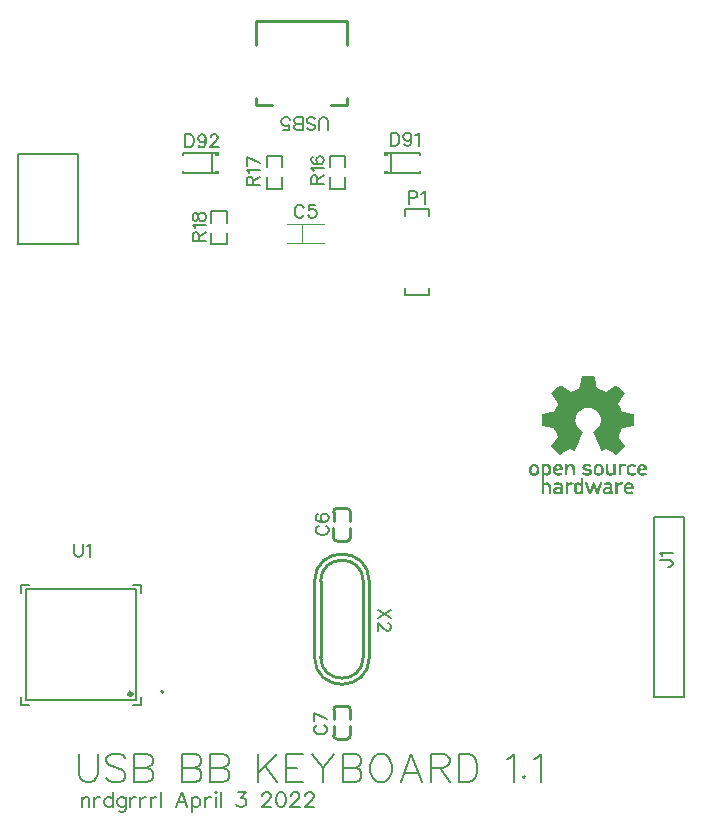
<source format=gto>
G04 Layer: TopSilkscreenLayer*
G04 EasyEDA v6.5.3, 2022-04-03 17:45:16*
G04 78107e5fb92a4dff92b191d725c0db84,37927428d3cb42c68971fe41ce46a6a6,10*
G04 Gerber Generator version 0.2*
G04 Scale: 100 percent, Rotated: No, Reflected: No *
G04 Dimensions in millimeters *
G04 leading zeros omitted , absolute positions ,4 integer and 5 decimal *
%FSLAX45Y45*%
%MOMM*%

%ADD10C,0.2540*%
%ADD11C,0.2000*%
%ADD15C,0.2032*%
%ADD29C,0.1520*%
%ADD30C,0.0800*%
%ADD31C,0.1524*%
%ADD32C,0.2581*%
%ADD33C,0.2030*%
%ADD34C,0.3000*%

%LPD*%
G36*
X1490929Y-1030579D02*
G01*
X1475435Y-1103579D01*
X1472844Y-1114145D01*
X1469999Y-1123188D01*
X1467154Y-1129842D01*
X1464614Y-1133297D01*
X1460042Y-1135735D01*
X1440129Y-1144168D01*
X1395323Y-1161135D01*
X1344015Y-1127556D01*
X1328318Y-1117549D01*
X1316024Y-1110030D01*
X1308557Y-1105763D01*
X1307134Y-1105204D01*
X1305814Y-1105916D01*
X1299260Y-1111199D01*
X1288592Y-1120648D01*
X1275080Y-1133094D01*
X1231138Y-1175004D01*
X1265885Y-1223518D01*
X1276197Y-1238453D01*
X1284071Y-1250391D01*
X1288440Y-1257808D01*
X1288999Y-1259382D01*
X1288491Y-1261618D01*
X1284782Y-1271371D01*
X1278636Y-1285646D01*
X1271422Y-1301445D01*
X1264564Y-1315821D01*
X1259382Y-1325676D01*
X1257808Y-1328013D01*
X1256182Y-1328978D01*
X1252677Y-1330198D01*
X1241044Y-1333246D01*
X1224635Y-1336852D01*
X1205179Y-1340561D01*
X1155852Y-1349400D01*
X1155852Y-1451406D01*
X1208278Y-1460449D01*
X1238554Y-1466189D01*
X1249984Y-1468882D01*
X1251915Y-1469948D01*
X1254048Y-1471930D01*
X1256284Y-1474876D01*
X1258773Y-1478788D01*
X1264462Y-1489760D01*
X1271320Y-1505356D01*
X1276858Y-1518970D01*
X1281430Y-1530959D01*
X1284478Y-1540002D01*
X1285595Y-1544828D01*
X1285036Y-1546707D01*
X1280922Y-1554327D01*
X1273505Y-1566062D01*
X1263700Y-1580337D01*
X1230782Y-1625854D01*
X1274978Y-1667865D01*
X1288440Y-1680413D01*
X1299057Y-1689862D01*
X1305458Y-1695145D01*
X1306728Y-1695856D01*
X1308049Y-1695348D01*
X1314907Y-1691436D01*
X1326337Y-1684477D01*
X1340916Y-1675231D01*
X1388770Y-1644192D01*
X1417269Y-1657756D01*
X1424025Y-1660652D01*
X1428750Y-1662430D01*
X1430782Y-1662836D01*
X1434338Y-1655368D01*
X1456994Y-1603451D01*
X1485290Y-1537665D01*
X1502105Y-1500022D01*
X1486611Y-1489303D01*
X1476298Y-1481277D01*
X1467205Y-1473047D01*
X1463090Y-1468831D01*
X1459280Y-1464564D01*
X1452524Y-1455877D01*
X1446987Y-1446936D01*
X1444599Y-1442313D01*
X1442516Y-1437640D01*
X1440738Y-1432915D01*
X1437995Y-1423162D01*
X1436370Y-1413052D01*
X1435963Y-1407820D01*
X1436014Y-1396288D01*
X1436471Y-1390192D01*
X1437284Y-1384249D01*
X1438402Y-1378407D01*
X1439824Y-1372768D01*
X1441551Y-1367231D01*
X1443583Y-1361897D01*
X1445920Y-1356715D01*
X1448562Y-1351737D01*
X1451457Y-1346860D01*
X1454708Y-1342237D01*
X1458214Y-1337716D01*
X1462024Y-1333449D01*
X1466088Y-1329334D01*
X1470456Y-1325422D01*
X1475130Y-1321765D01*
X1480058Y-1318260D01*
X1485239Y-1314958D01*
X1490726Y-1311859D01*
X1503222Y-1305966D01*
X1509115Y-1303528D01*
X1514449Y-1301648D01*
X1519529Y-1300276D01*
X1524711Y-1299311D01*
X1530197Y-1298752D01*
X1543304Y-1298346D01*
X1549704Y-1298549D01*
X1555953Y-1299006D01*
X1562100Y-1299819D01*
X1568094Y-1300937D01*
X1573987Y-1302359D01*
X1579727Y-1304086D01*
X1585315Y-1306118D01*
X1590802Y-1308404D01*
X1596034Y-1310995D01*
X1601165Y-1313891D01*
X1606092Y-1316990D01*
X1610817Y-1320393D01*
X1615338Y-1324102D01*
X1619656Y-1328013D01*
X1623771Y-1332179D01*
X1627632Y-1336649D01*
X1631289Y-1341323D01*
X1634693Y-1346200D01*
X1637842Y-1351330D01*
X1643583Y-1362710D01*
X1645920Y-1368044D01*
X1647698Y-1372971D01*
X1649018Y-1377848D01*
X1649984Y-1382826D01*
X1650542Y-1388211D01*
X1650949Y-1401318D01*
X1650847Y-1406855D01*
X1649831Y-1417574D01*
X1648917Y-1422704D01*
X1647748Y-1427734D01*
X1646275Y-1432661D01*
X1644548Y-1437436D01*
X1642567Y-1442110D01*
X1640281Y-1446733D01*
X1637690Y-1451254D01*
X1634794Y-1455674D01*
X1628089Y-1464310D01*
X1620164Y-1472742D01*
X1610969Y-1480972D01*
X1600454Y-1489100D01*
X1585010Y-1499768D01*
X1636471Y-1617421D01*
X1652574Y-1654962D01*
X1656232Y-1662836D01*
X1658162Y-1662430D01*
X1662836Y-1660652D01*
X1677568Y-1653997D01*
X1698040Y-1644192D01*
X1745843Y-1675231D01*
X1771904Y-1691436D01*
X1778762Y-1695348D01*
X1780082Y-1695856D01*
X1783943Y-1693113D01*
X1792579Y-1685594D01*
X1819249Y-1660906D01*
X1855927Y-1625904D01*
X1823059Y-1579575D01*
X1813306Y-1565046D01*
X1805990Y-1553210D01*
X1801875Y-1545539D01*
X1801368Y-1543710D01*
X1801672Y-1541932D01*
X1803958Y-1534922D01*
X1807921Y-1524304D01*
X1813153Y-1511350D01*
X1830578Y-1470304D01*
X1851558Y-1465732D01*
X1876196Y-1461008D01*
X1930958Y-1451457D01*
X1930958Y-1349400D01*
X1871624Y-1338732D01*
X1853539Y-1335024D01*
X1839315Y-1331620D01*
X1834235Y-1330198D01*
X1830781Y-1328978D01*
X1829104Y-1328013D01*
X1825345Y-1321409D01*
X1819097Y-1308811D01*
X1811832Y-1293266D01*
X1804974Y-1277772D01*
X1799793Y-1265377D01*
X1798320Y-1261313D01*
X1797812Y-1259179D01*
X1798370Y-1257655D01*
X1802790Y-1250340D01*
X1810664Y-1238554D01*
X1821027Y-1223619D01*
X1855978Y-1175207D01*
X1811832Y-1133195D01*
X1798320Y-1120698D01*
X1787652Y-1111199D01*
X1781200Y-1105916D01*
X1779930Y-1105204D01*
X1778507Y-1105763D01*
X1771091Y-1109980D01*
X1743049Y-1127556D01*
X1691487Y-1161084D01*
X1618538Y-1132738D01*
X1613357Y-1112723D01*
X1608480Y-1090218D01*
X1600555Y-1048816D01*
X1597710Y-1036269D01*
X1596847Y-1034542D01*
X1595120Y-1033221D01*
X1592173Y-1032205D01*
X1587550Y-1031494D01*
X1580794Y-1031036D01*
X1571498Y-1030732D01*
G37*
G36*
X1148994Y-1773732D02*
G01*
X1148994Y-1823770D01*
X1169619Y-1823770D01*
X1169720Y-1816506D01*
X1170279Y-1809648D01*
X1171397Y-1803806D01*
X1173022Y-1799488D01*
X1175359Y-1796897D01*
X1178814Y-1794967D01*
X1183030Y-1793697D01*
X1187704Y-1793189D01*
X1192479Y-1793443D01*
X1197000Y-1794357D01*
X1200962Y-1796084D01*
X1204010Y-1798523D01*
X1206246Y-1802587D01*
X1207719Y-1808480D01*
X1208582Y-1815541D01*
X1208735Y-1823212D01*
X1208278Y-1830832D01*
X1207160Y-1837791D01*
X1205382Y-1843430D01*
X1203045Y-1847138D01*
X1196136Y-1851050D01*
X1187856Y-1852269D01*
X1179880Y-1850745D01*
X1174038Y-1846580D01*
X1172260Y-1842922D01*
X1170889Y-1837537D01*
X1170025Y-1830984D01*
X1169619Y-1823770D01*
X1148994Y-1823770D01*
X1148994Y-2030577D01*
X1167790Y-2028494D01*
X1170178Y-1979015D01*
X1171041Y-1968957D01*
X1172260Y-1961438D01*
X1173937Y-1956054D01*
X1176223Y-1952498D01*
X1179322Y-1950364D01*
X1183335Y-1949348D01*
X1188466Y-1949043D01*
X1191717Y-1949399D01*
X1195374Y-1950364D01*
X1199032Y-1951837D01*
X1202131Y-1953615D01*
X1204061Y-1955241D01*
X1205636Y-1957273D01*
X1206855Y-1960016D01*
X1207820Y-1963724D01*
X1208532Y-1968754D01*
X1209548Y-1983790D01*
X1211072Y-2030526D01*
X1229258Y-2028494D01*
X1231188Y-1951786D01*
X1219454Y-1940661D01*
X1213154Y-1935225D01*
X1207516Y-1931822D01*
X1201674Y-1930044D01*
X1194866Y-1929536D01*
X1189329Y-1929942D01*
X1183894Y-1931111D01*
X1179169Y-1932787D01*
X1175715Y-1934921D01*
X1173734Y-1936496D01*
X1172210Y-1937156D01*
X1171143Y-1936546D01*
X1170381Y-1934311D01*
X1169873Y-1930146D01*
X1169517Y-1914652D01*
X1169517Y-1864969D01*
X1181811Y-1869846D01*
X1187399Y-1871725D01*
X1192834Y-1872792D01*
X1198118Y-1873046D01*
X1203147Y-1872538D01*
X1207973Y-1871218D01*
X1212596Y-1869135D01*
X1216964Y-1866239D01*
X1221130Y-1862582D01*
X1225296Y-1857400D01*
X1227937Y-1851152D01*
X1229512Y-1842109D01*
X1230477Y-1828546D01*
X1230680Y-1818639D01*
X1230426Y-1809953D01*
X1229563Y-1802434D01*
X1228140Y-1795881D01*
X1226108Y-1790344D01*
X1223416Y-1785620D01*
X1220063Y-1781708D01*
X1216050Y-1778507D01*
X1212392Y-1776679D01*
X1207668Y-1775256D01*
X1202334Y-1774342D01*
X1196594Y-1773936D01*
X1190802Y-1773936D01*
X1185214Y-1774494D01*
X1180236Y-1775561D01*
X1173124Y-1778406D01*
X1171092Y-1778863D01*
X1169873Y-1778406D01*
X1169517Y-1777136D01*
X1168704Y-1775815D01*
X1166469Y-1774748D01*
X1163218Y-1774037D01*
X1159256Y-1773732D01*
G37*
G36*
X1287780Y-1773732D02*
G01*
X1280871Y-1774393D01*
X1274267Y-1775815D01*
X1268323Y-1777949D01*
X1263446Y-1780793D01*
X1259128Y-1784502D01*
X1255369Y-1788769D01*
X1252169Y-1793544D01*
X1249476Y-1798726D01*
X1247394Y-1804314D01*
X1246466Y-1808022D01*
X1265732Y-1808022D01*
X1266748Y-1805432D01*
X1269390Y-1802130D01*
X1273505Y-1797964D01*
X1280363Y-1792427D01*
X1286459Y-1790395D01*
X1292809Y-1791868D01*
X1300480Y-1796694D01*
X1305407Y-1800707D01*
X1308506Y-1804111D01*
X1309725Y-1806854D01*
X1309116Y-1809038D01*
X1306576Y-1810715D01*
X1302105Y-1811832D01*
X1295704Y-1812493D01*
X1287322Y-1812696D01*
X1279144Y-1812594D01*
X1272997Y-1812137D01*
X1268780Y-1811274D01*
X1266393Y-1809953D01*
X1265732Y-1808022D01*
X1246466Y-1808022D01*
X1245920Y-1810207D01*
X1245006Y-1816303D01*
X1244752Y-1822551D01*
X1245108Y-1828952D01*
X1246073Y-1835404D01*
X1247749Y-1841804D01*
X1250035Y-1848154D01*
X1252728Y-1853488D01*
X1256030Y-1858568D01*
X1259535Y-1862785D01*
X1262837Y-1865528D01*
X1269644Y-1869033D01*
X1276858Y-1871472D01*
X1284325Y-1872894D01*
X1291945Y-1873300D01*
X1299413Y-1872691D01*
X1306677Y-1871014D01*
X1313484Y-1868373D01*
X1319682Y-1864664D01*
X1324356Y-1861108D01*
X1326134Y-1858568D01*
X1325219Y-1855927D01*
X1321866Y-1852117D01*
X1318158Y-1848612D01*
X1314907Y-1847240D01*
X1310792Y-1848002D01*
X1299159Y-1852625D01*
X1293774Y-1853793D01*
X1288745Y-1854149D01*
X1284274Y-1853641D01*
X1276959Y-1850085D01*
X1270558Y-1844090D01*
X1266647Y-1837588D01*
X1266698Y-1832305D01*
X1269898Y-1830984D01*
X1277010Y-1829866D01*
X1287119Y-1829206D01*
X1299464Y-1828901D01*
X1329994Y-1828901D01*
X1329994Y-1815795D01*
X1329639Y-1810105D01*
X1328724Y-1804568D01*
X1327200Y-1799285D01*
X1325118Y-1794306D01*
X1322578Y-1789684D01*
X1319530Y-1785467D01*
X1316024Y-1781860D01*
X1312164Y-1778812D01*
X1307287Y-1776374D01*
X1301343Y-1774698D01*
X1294739Y-1773834D01*
G37*
G36*
X1347063Y-1773732D02*
G01*
X1347063Y-1871116D01*
X1366774Y-1871116D01*
X1368501Y-1827936D01*
X1369060Y-1820367D01*
X1369771Y-1813966D01*
X1370685Y-1808632D01*
X1371854Y-1804263D01*
X1373378Y-1800809D01*
X1375257Y-1798116D01*
X1377543Y-1796084D01*
X1380286Y-1794713D01*
X1383588Y-1793849D01*
X1387449Y-1793341D01*
X1391920Y-1793239D01*
X1397254Y-1793748D01*
X1401673Y-1795373D01*
X1405128Y-1798269D01*
X1407820Y-1802739D01*
X1409750Y-1808886D01*
X1411020Y-1816912D01*
X1411732Y-1827022D01*
X1411935Y-1839366D01*
X1411935Y-1871116D01*
X1432407Y-1871116D01*
X1432356Y-1826260D01*
X1431594Y-1811070D01*
X1430934Y-1804771D01*
X1430020Y-1799234D01*
X1428851Y-1794408D01*
X1427378Y-1790242D01*
X1425651Y-1786686D01*
X1423619Y-1783638D01*
X1421282Y-1781048D01*
X1418590Y-1778914D01*
X1415542Y-1777085D01*
X1411732Y-1775663D01*
X1407109Y-1774647D01*
X1401876Y-1774037D01*
X1396339Y-1773885D01*
X1390802Y-1774139D01*
X1385519Y-1774850D01*
X1380794Y-1775917D01*
X1373378Y-1779016D01*
X1370888Y-1779574D01*
X1369263Y-1779016D01*
X1368298Y-1777441D01*
X1366977Y-1776018D01*
X1364437Y-1774850D01*
X1360982Y-1774037D01*
X1357020Y-1773732D01*
G37*
G36*
X1695348Y-1773732D02*
G01*
X1695399Y-1824177D01*
X1696059Y-1841042D01*
X1696770Y-1847494D01*
X1697837Y-1852930D01*
X1699260Y-1857349D01*
X1701139Y-1860956D01*
X1703476Y-1863902D01*
X1706422Y-1866290D01*
X1709928Y-1868220D01*
X1714093Y-1869897D01*
X1719021Y-1871421D01*
X1726133Y-1873148D01*
X1731873Y-1873453D01*
X1737309Y-1872386D01*
X1748485Y-1867712D01*
X1752295Y-1866696D01*
X1754936Y-1866696D01*
X1756206Y-1867712D01*
X1757425Y-1869033D01*
X1759966Y-1870100D01*
X1763369Y-1870862D01*
X1767332Y-1871116D01*
X1777288Y-1871116D01*
X1777288Y-1773732D01*
X1756816Y-1773732D01*
X1756714Y-1814372D01*
X1756410Y-1821891D01*
X1755800Y-1828393D01*
X1754936Y-1834032D01*
X1753819Y-1838756D01*
X1752346Y-1842719D01*
X1750517Y-1845919D01*
X1748282Y-1848408D01*
X1745691Y-1850237D01*
X1742693Y-1851507D01*
X1739239Y-1852218D01*
X1735277Y-1852472D01*
X1729486Y-1852168D01*
X1724964Y-1851101D01*
X1721561Y-1848866D01*
X1719072Y-1845208D01*
X1717446Y-1839722D01*
X1716430Y-1832102D01*
X1715973Y-1821992D01*
X1715820Y-1773732D01*
G37*
G36*
X1801215Y-1773732D02*
G01*
X1801215Y-1871116D01*
X1821688Y-1871116D01*
X1821738Y-1824532D01*
X1822196Y-1809546D01*
X1822805Y-1804822D01*
X1823720Y-1801520D01*
X1824989Y-1799234D01*
X1826666Y-1797608D01*
X1828901Y-1796288D01*
X1832508Y-1794967D01*
X1836877Y-1794103D01*
X1841550Y-1793748D01*
X1850745Y-1793951D01*
X1855520Y-1792732D01*
X1859991Y-1790649D01*
X1863801Y-1788007D01*
X1866646Y-1785010D01*
X1868220Y-1781962D01*
X1868068Y-1779168D01*
X1865985Y-1776882D01*
X1862785Y-1775561D01*
X1858416Y-1774596D01*
X1853234Y-1774088D01*
X1847697Y-1773885D01*
X1842058Y-1774139D01*
X1836674Y-1774748D01*
X1832000Y-1775764D01*
X1825345Y-1778406D01*
X1823313Y-1778863D01*
X1822094Y-1778406D01*
X1821688Y-1777136D01*
X1820875Y-1775815D01*
X1818690Y-1774748D01*
X1815439Y-1774037D01*
X1811477Y-1773732D01*
G37*
G36*
X1087628Y-1773783D02*
G01*
X1080516Y-1774240D01*
X1073404Y-1775510D01*
X1066850Y-1777492D01*
X1061262Y-1780133D01*
X1056538Y-1783537D01*
X1052525Y-1787956D01*
X1049274Y-1793290D01*
X1046683Y-1799437D01*
X1044905Y-1806448D01*
X1043889Y-1814169D01*
X1043686Y-1822602D01*
X1044071Y-1828800D01*
X1064006Y-1828800D01*
X1064412Y-1820214D01*
X1065326Y-1813306D01*
X1066749Y-1806803D01*
X1068476Y-1801571D01*
X1070305Y-1798269D01*
X1073353Y-1795780D01*
X1077315Y-1794154D01*
X1081836Y-1793290D01*
X1086662Y-1793239D01*
X1091438Y-1793900D01*
X1095908Y-1795373D01*
X1099769Y-1797557D01*
X1102715Y-1800453D01*
X1105306Y-1805228D01*
X1107033Y-1811172D01*
X1107998Y-1817878D01*
X1108151Y-1824837D01*
X1107592Y-1831695D01*
X1106220Y-1837893D01*
X1104138Y-1843024D01*
X1101293Y-1846681D01*
X1097534Y-1849323D01*
X1093419Y-1851152D01*
X1089101Y-1852117D01*
X1084783Y-1852269D01*
X1080465Y-1851609D01*
X1076401Y-1850136D01*
X1072692Y-1847850D01*
X1069492Y-1844802D01*
X1066342Y-1840280D01*
X1064564Y-1835200D01*
X1064006Y-1828800D01*
X1044071Y-1828800D01*
X1044244Y-1831593D01*
X1045362Y-1839112D01*
X1046937Y-1845716D01*
X1049070Y-1851456D01*
X1051814Y-1856435D01*
X1055166Y-1860702D01*
X1059230Y-1864360D01*
X1064006Y-1867458D01*
X1069594Y-1870049D01*
X1075893Y-1872030D01*
X1082141Y-1873148D01*
X1088339Y-1873250D01*
X1094435Y-1872437D01*
X1100429Y-1870659D01*
X1106220Y-1867966D01*
X1111808Y-1864360D01*
X1117193Y-1859838D01*
X1120749Y-1856333D01*
X1123492Y-1853285D01*
X1125474Y-1850389D01*
X1126845Y-1847240D01*
X1127760Y-1843532D01*
X1128268Y-1838960D01*
X1128522Y-1825853D01*
X1128268Y-1817116D01*
X1127506Y-1809292D01*
X1126185Y-1802282D01*
X1124305Y-1796084D01*
X1121867Y-1790700D01*
X1118819Y-1786077D01*
X1115212Y-1782216D01*
X1110996Y-1779117D01*
X1106119Y-1776730D01*
X1100632Y-1775053D01*
X1094486Y-1774088D01*
G37*
G36*
X1633982Y-1773783D02*
G01*
X1626870Y-1774240D01*
X1619758Y-1775510D01*
X1613204Y-1777492D01*
X1607616Y-1780133D01*
X1602892Y-1783537D01*
X1598879Y-1787956D01*
X1595628Y-1793290D01*
X1593037Y-1799437D01*
X1591259Y-1806448D01*
X1590243Y-1814169D01*
X1590060Y-1821738D01*
X1610004Y-1821738D01*
X1610309Y-1815084D01*
X1611376Y-1809292D01*
X1613103Y-1804365D01*
X1615541Y-1800352D01*
X1618640Y-1797253D01*
X1622501Y-1795018D01*
X1626971Y-1793697D01*
X1632204Y-1793239D01*
X1637690Y-1793646D01*
X1642262Y-1794967D01*
X1645970Y-1797202D01*
X1649069Y-1800453D01*
X1650898Y-1803704D01*
X1652320Y-1807972D01*
X1653387Y-1812950D01*
X1654048Y-1818436D01*
X1654302Y-1824228D01*
X1654098Y-1830019D01*
X1653438Y-1835657D01*
X1652270Y-1840890D01*
X1648409Y-1846630D01*
X1641500Y-1850694D01*
X1633067Y-1852472D01*
X1624685Y-1851406D01*
X1618132Y-1847596D01*
X1613560Y-1841550D01*
X1610868Y-1832965D01*
X1610004Y-1821738D01*
X1590060Y-1821738D01*
X1590598Y-1831593D01*
X1591716Y-1839112D01*
X1593291Y-1845716D01*
X1595424Y-1851456D01*
X1598168Y-1856435D01*
X1601520Y-1860702D01*
X1605584Y-1864360D01*
X1610360Y-1867458D01*
X1615948Y-1870049D01*
X1622247Y-1872030D01*
X1628495Y-1873148D01*
X1634693Y-1873250D01*
X1640789Y-1872437D01*
X1646732Y-1870659D01*
X1652574Y-1867966D01*
X1658162Y-1864360D01*
X1663547Y-1859838D01*
X1667103Y-1856333D01*
X1669846Y-1853285D01*
X1671828Y-1850389D01*
X1673199Y-1847240D01*
X1674114Y-1843532D01*
X1674622Y-1838960D01*
X1674875Y-1825853D01*
X1674622Y-1817116D01*
X1673809Y-1809292D01*
X1672488Y-1802282D01*
X1670659Y-1796084D01*
X1668221Y-1790700D01*
X1665173Y-1786077D01*
X1661566Y-1782216D01*
X1657350Y-1779117D01*
X1652473Y-1776730D01*
X1646986Y-1775053D01*
X1640839Y-1774088D01*
G37*
G36*
X1914702Y-1773986D02*
G01*
X1907641Y-1774189D01*
X1900936Y-1775104D01*
X1894839Y-1776780D01*
X1889556Y-1779219D01*
X1884578Y-1782622D01*
X1880362Y-1786432D01*
X1876856Y-1790750D01*
X1874113Y-1795678D01*
X1872030Y-1801266D01*
X1870608Y-1807667D01*
X1869795Y-1814830D01*
X1869541Y-1822957D01*
X1869795Y-1830578D01*
X1870659Y-1837436D01*
X1872030Y-1843633D01*
X1874062Y-1849170D01*
X1876704Y-1854149D01*
X1880006Y-1858568D01*
X1883968Y-1862480D01*
X1888642Y-1866036D01*
X1893011Y-1868474D01*
X1897735Y-1870354D01*
X1902764Y-1871776D01*
X1908048Y-1872640D01*
X1913432Y-1872996D01*
X1918817Y-1872843D01*
X1924100Y-1872183D01*
X1929231Y-1871065D01*
X1934108Y-1869439D01*
X1938528Y-1867357D01*
X1942541Y-1864817D01*
X1945944Y-1861769D01*
X1948840Y-1858416D01*
X1949653Y-1855978D01*
X1948383Y-1853539D01*
X1944928Y-1850288D01*
X1941271Y-1847545D01*
X1938121Y-1846427D01*
X1934768Y-1846783D01*
X1925929Y-1850542D01*
X1921052Y-1851761D01*
X1916175Y-1852269D01*
X1911350Y-1852117D01*
X1906778Y-1851253D01*
X1902612Y-1849780D01*
X1898954Y-1847697D01*
X1896008Y-1845005D01*
X1893163Y-1840484D01*
X1891233Y-1834845D01*
X1890064Y-1828444D01*
X1889810Y-1821738D01*
X1890318Y-1815134D01*
X1891690Y-1808988D01*
X1893824Y-1803704D01*
X1896821Y-1799742D01*
X1900021Y-1797304D01*
X1903882Y-1795475D01*
X1908251Y-1794154D01*
X1912924Y-1793493D01*
X1917750Y-1793392D01*
X1922576Y-1793900D01*
X1927250Y-1795018D01*
X1935378Y-1798320D01*
X1938629Y-1798370D01*
X1941779Y-1796948D01*
X1945538Y-1793798D01*
X1952447Y-1787245D01*
X1940864Y-1780489D01*
X1935124Y-1777796D01*
X1928672Y-1775815D01*
X1921764Y-1774545D01*
G37*
G36*
X1532839Y-1774088D02*
G01*
X1526794Y-1774240D01*
X1521155Y-1774748D01*
X1516126Y-1775561D01*
X1511960Y-1776730D01*
X1508861Y-1778254D01*
X1504899Y-1781556D01*
X1501546Y-1785315D01*
X1498854Y-1789531D01*
X1496872Y-1794052D01*
X1495704Y-1798675D01*
X1495298Y-1803349D01*
X1495755Y-1807921D01*
X1497126Y-1812289D01*
X1499260Y-1816354D01*
X1501952Y-1819859D01*
X1505305Y-1822856D01*
X1509369Y-1825345D01*
X1514297Y-1827428D01*
X1520139Y-1829155D01*
X1527098Y-1830527D01*
X1544218Y-1832965D01*
X1550060Y-1834642D01*
X1553362Y-1836928D01*
X1554835Y-1840077D01*
X1554734Y-1844954D01*
X1552600Y-1848866D01*
X1548638Y-1851812D01*
X1543253Y-1853641D01*
X1536700Y-1854352D01*
X1529384Y-1853793D01*
X1521510Y-1851964D01*
X1513535Y-1848815D01*
X1506270Y-1845462D01*
X1501851Y-1844395D01*
X1498600Y-1845564D01*
X1494891Y-1849120D01*
X1491640Y-1852828D01*
X1490776Y-1855470D01*
X1492453Y-1858060D01*
X1496822Y-1861667D01*
X1501902Y-1865071D01*
X1507591Y-1867865D01*
X1513636Y-1870100D01*
X1519986Y-1871675D01*
X1526540Y-1872691D01*
X1533144Y-1873148D01*
X1539646Y-1872945D01*
X1545996Y-1872183D01*
X1552041Y-1870760D01*
X1557629Y-1868779D01*
X1562709Y-1866138D01*
X1567078Y-1862886D01*
X1570075Y-1859686D01*
X1572514Y-1855876D01*
X1574342Y-1851558D01*
X1575562Y-1846935D01*
X1576120Y-1842058D01*
X1576019Y-1837131D01*
X1575206Y-1832203D01*
X1573733Y-1827428D01*
X1571955Y-1824583D01*
X1569059Y-1821840D01*
X1565300Y-1819351D01*
X1560779Y-1817166D01*
X1555699Y-1815287D01*
X1550212Y-1813915D01*
X1544472Y-1813001D01*
X1532686Y-1812289D01*
X1527251Y-1811223D01*
X1522679Y-1809445D01*
X1519326Y-1807210D01*
X1516329Y-1804009D01*
X1515516Y-1801672D01*
X1517091Y-1799234D01*
X1521155Y-1795830D01*
X1527454Y-1791817D01*
X1533398Y-1790293D01*
X1540459Y-1791258D01*
X1556512Y-1796897D01*
X1560779Y-1797456D01*
X1564081Y-1796135D01*
X1567637Y-1792833D01*
X1570837Y-1789226D01*
X1571955Y-1786636D01*
X1570939Y-1784248D01*
X1567942Y-1781048D01*
X1565249Y-1779270D01*
X1561439Y-1777695D01*
X1556664Y-1776425D01*
X1551228Y-1775409D01*
X1545285Y-1774647D01*
X1539087Y-1774189D01*
G37*
G36*
X2000707Y-1774088D02*
G01*
X1994611Y-1774342D01*
X1988769Y-1775155D01*
X1983333Y-1776577D01*
X1978558Y-1778558D01*
X1974850Y-1780946D01*
X1971497Y-1784146D01*
X1968500Y-1788007D01*
X1965858Y-1792427D01*
X1963572Y-1797354D01*
X1961743Y-1802688D01*
X1960095Y-1809292D01*
X1978761Y-1809292D01*
X1981403Y-1804060D01*
X1987600Y-1797659D01*
X1994916Y-1792274D01*
X2000961Y-1789988D01*
X2003755Y-1790598D01*
X2007260Y-1792325D01*
X2011070Y-1794865D01*
X2014778Y-1797964D01*
X2018893Y-1802130D01*
X2021484Y-1805432D01*
X2022551Y-1808022D01*
X2021890Y-1809953D01*
X2019452Y-1811274D01*
X2015236Y-1812137D01*
X2009089Y-1812594D01*
X2000961Y-1812696D01*
X1991918Y-1812442D01*
X1984908Y-1811782D01*
X1980387Y-1810664D01*
X1978761Y-1809292D01*
X1960095Y-1809292D01*
X1959203Y-1814220D01*
X1958593Y-1820164D01*
X1958390Y-1826158D01*
X1958695Y-1832102D01*
X1959406Y-1837842D01*
X1960625Y-1843328D01*
X1962353Y-1848510D01*
X1964588Y-1853184D01*
X1967382Y-1857349D01*
X1971141Y-1861413D01*
X1975612Y-1864868D01*
X1980692Y-1867712D01*
X1986280Y-1869948D01*
X1992172Y-1871624D01*
X1998319Y-1872589D01*
X2004618Y-1872945D01*
X2010867Y-1872640D01*
X2016963Y-1871675D01*
X2022856Y-1870049D01*
X2028393Y-1867662D01*
X2033422Y-1864614D01*
X2038045Y-1861057D01*
X2039874Y-1858518D01*
X2039112Y-1856079D01*
X2036013Y-1852777D01*
X2032507Y-1849932D01*
X2029104Y-1848764D01*
X2024786Y-1849170D01*
X2008174Y-1853996D01*
X2000300Y-1854403D01*
X1993747Y-1852117D01*
X1987143Y-1846935D01*
X1982165Y-1841804D01*
X1979117Y-1837740D01*
X1978253Y-1834591D01*
X1979675Y-1832254D01*
X1983536Y-1830628D01*
X1989988Y-1829612D01*
X1999183Y-1829104D01*
X2011222Y-1828901D01*
X2043633Y-1828901D01*
X2043633Y-1817471D01*
X2043277Y-1811172D01*
X2042160Y-1805127D01*
X2040432Y-1799336D01*
X2038045Y-1794002D01*
X2035098Y-1789125D01*
X2031695Y-1784959D01*
X2027834Y-1781454D01*
X2023618Y-1778863D01*
X2018487Y-1776780D01*
X2012848Y-1775307D01*
X2006854Y-1774393D01*
G37*
G36*
X1483664Y-1890572D02*
G01*
X1483664Y-1939645D01*
X1476044Y-1934565D01*
X1471371Y-1932025D01*
X1466392Y-1930400D01*
X1461160Y-1929638D01*
X1455826Y-1929739D01*
X1450492Y-1930704D01*
X1445260Y-1932482D01*
X1440230Y-1935175D01*
X1435404Y-1938680D01*
X1431899Y-1941728D01*
X1429258Y-1944471D01*
X1427327Y-1947265D01*
X1426057Y-1950669D01*
X1425244Y-1955139D01*
X1424838Y-1961083D01*
X1424686Y-1979117D01*
X1445971Y-1979117D01*
X1446072Y-1970532D01*
X1446784Y-1962759D01*
X1448155Y-1956612D01*
X1450187Y-1952904D01*
X1456131Y-1949907D01*
X1464005Y-1949145D01*
X1472031Y-1950618D01*
X1478280Y-1954123D01*
X1480769Y-1958035D01*
X1482496Y-1963928D01*
X1483563Y-1971192D01*
X1483868Y-1979117D01*
X1483461Y-1987092D01*
X1482344Y-1994407D01*
X1480515Y-2000554D01*
X1477975Y-2004720D01*
X1471930Y-2008886D01*
X1464818Y-2010460D01*
X1457655Y-2009343D01*
X1451457Y-2005584D01*
X1449222Y-2001723D01*
X1447596Y-1995525D01*
X1446479Y-1987702D01*
X1445971Y-1979117D01*
X1424686Y-1979117D01*
X1424889Y-1996541D01*
X1425295Y-2002485D01*
X1425956Y-2007107D01*
X1426921Y-2010714D01*
X1428292Y-2013661D01*
X1430121Y-2016302D01*
X1432509Y-2018842D01*
X1436624Y-2022398D01*
X1441297Y-2025243D01*
X1446326Y-2027326D01*
X1451660Y-2028647D01*
X1457096Y-2029206D01*
X1462532Y-2028952D01*
X1467866Y-2027885D01*
X1472996Y-2025954D01*
X1478280Y-2023618D01*
X1481683Y-2022805D01*
X1483715Y-2023465D01*
X1486408Y-2027377D01*
X1488846Y-2028799D01*
X1491996Y-2029764D01*
X1495501Y-2030120D01*
X1504137Y-2030120D01*
X1504137Y-1890572D01*
G37*
G36*
X1888388Y-1929485D02*
G01*
X1881886Y-1929841D01*
X1875637Y-1931111D01*
X1869846Y-1933295D01*
X1864766Y-1936292D01*
X1860042Y-1940255D01*
X1856079Y-1944522D01*
X1852726Y-1949196D01*
X1850085Y-1954377D01*
X1848104Y-1960016D01*
X1846675Y-1966315D01*
X1866087Y-1966315D01*
X1866696Y-1962150D01*
X1868474Y-1958543D01*
X1871167Y-1955444D01*
X1874570Y-1952955D01*
X1878533Y-1951126D01*
X1882902Y-1949907D01*
X1887423Y-1949399D01*
X1891893Y-1949602D01*
X1896211Y-1950618D01*
X1900072Y-1952396D01*
X1903374Y-1955038D01*
X1905914Y-1958543D01*
X1907387Y-1961845D01*
X1908352Y-1964943D01*
X1908708Y-1967484D01*
X1908352Y-1969109D01*
X1906117Y-1970125D01*
X1901189Y-1970938D01*
X1894382Y-1971497D01*
X1886356Y-1971700D01*
X1876145Y-1971497D01*
X1869998Y-1970684D01*
X1866900Y-1969007D01*
X1866087Y-1966315D01*
X1846675Y-1966315D01*
X1845868Y-1973173D01*
X1845614Y-1980793D01*
X1845818Y-1986635D01*
X1846529Y-1992122D01*
X1847697Y-1997354D01*
X1849272Y-2002231D01*
X1851253Y-2006803D01*
X1853641Y-2010968D01*
X1856333Y-2014778D01*
X1859381Y-2018233D01*
X1862734Y-2021281D01*
X1866392Y-2023922D01*
X1870303Y-2026107D01*
X1874469Y-2027885D01*
X1878838Y-2029206D01*
X1883410Y-2030069D01*
X1888134Y-2030425D01*
X1893062Y-2030272D01*
X1898091Y-2029612D01*
X1903222Y-2028443D01*
X1908403Y-2026716D01*
X1913686Y-2024430D01*
X1922322Y-2019554D01*
X1926031Y-2015337D01*
X1924913Y-2011425D01*
X1919020Y-2007412D01*
X1914652Y-2005482D01*
X1911350Y-2004771D01*
X1908657Y-2005228D01*
X1906320Y-2006854D01*
X1901545Y-2009648D01*
X1895551Y-2010816D01*
X1888947Y-2010410D01*
X1882241Y-2008733D01*
X1876043Y-2005888D01*
X1870913Y-2002180D01*
X1867407Y-1997760D01*
X1866087Y-1992833D01*
X1867407Y-1990394D01*
X1872335Y-1988870D01*
X1882241Y-1988159D01*
X1898548Y-1987956D01*
X1930958Y-1987956D01*
X1930958Y-1976475D01*
X1930603Y-1970633D01*
X1929638Y-1964893D01*
X1928012Y-1959254D01*
X1925828Y-1953869D01*
X1923084Y-1948840D01*
X1919884Y-1944217D01*
X1916226Y-1940102D01*
X1912112Y-1936546D01*
X1907032Y-1933498D01*
X1901189Y-1931263D01*
X1894890Y-1929942D01*
G37*
G36*
X1353870Y-1929536D02*
G01*
X1353870Y-2030577D01*
X1372666Y-2028494D01*
X1374851Y-1982520D01*
X1376070Y-1967941D01*
X1376934Y-1962505D01*
X1378000Y-1958238D01*
X1379372Y-1954936D01*
X1381150Y-1952498D01*
X1383284Y-1950923D01*
X1385874Y-1949957D01*
X1389024Y-1949602D01*
X1392732Y-1949754D01*
X1397101Y-1950262D01*
X1402588Y-1950567D01*
X1407109Y-1949754D01*
X1411224Y-1947672D01*
X1415338Y-1944166D01*
X1419555Y-1939747D01*
X1421028Y-1937105D01*
X1419758Y-1935225D01*
X1415897Y-1933041D01*
X1407668Y-1930349D01*
X1398524Y-1929739D01*
X1389583Y-1931162D01*
X1381963Y-1934565D01*
X1377899Y-1937156D01*
X1375613Y-1938020D01*
X1374597Y-1937156D01*
X1374394Y-1934565D01*
X1373733Y-1932330D01*
X1371854Y-1930755D01*
X1368704Y-1929841D01*
X1364132Y-1929536D01*
G37*
G36*
X1527606Y-1929536D02*
G01*
X1522628Y-1929790D01*
X1519783Y-1930654D01*
X1518767Y-1932381D01*
X1519224Y-1935225D01*
X1535887Y-1984705D01*
X1544269Y-2008886D01*
X1547266Y-2016658D01*
X1549806Y-2022144D01*
X1552092Y-2025751D01*
X1554429Y-2027885D01*
X1556918Y-2029002D01*
X1559864Y-2029561D01*
X1563674Y-2029663D01*
X1566824Y-2029104D01*
X1569110Y-2027986D01*
X1570278Y-2026310D01*
X1580794Y-1992274D01*
X1586077Y-1976018D01*
X1589278Y-1966874D01*
X1591919Y-1960372D01*
X1605483Y-2003958D01*
X1610410Y-2018131D01*
X1612290Y-2022703D01*
X1613966Y-2025954D01*
X1615541Y-2028037D01*
X1617065Y-2029206D01*
X1618691Y-2029714D01*
X1622602Y-2029510D01*
X1626107Y-2028901D01*
X1627682Y-2028291D01*
X1629156Y-2027326D01*
X1630629Y-2025802D01*
X1632153Y-2023618D01*
X1633778Y-2020671D01*
X1637588Y-2011883D01*
X1642516Y-1998370D01*
X1662734Y-1936851D01*
X1663649Y-1932889D01*
X1662734Y-1930704D01*
X1659382Y-1929739D01*
X1652879Y-1929536D01*
X1646986Y-1929790D01*
X1643227Y-1930755D01*
X1641297Y-1932584D01*
X1640332Y-1938883D01*
X1637842Y-1949704D01*
X1629003Y-1977898D01*
X1622653Y-1999284D01*
X1607362Y-1954123D01*
X1602028Y-1939899D01*
X1599844Y-1935480D01*
X1597863Y-1932482D01*
X1595932Y-1930654D01*
X1593850Y-1929790D01*
X1591513Y-1929536D01*
X1589176Y-1929790D01*
X1587144Y-1930654D01*
X1585214Y-1932381D01*
X1583232Y-1935225D01*
X1581150Y-1939391D01*
X1578762Y-1945182D01*
X1567180Y-1977847D01*
X1565046Y-1983181D01*
X1563166Y-1986991D01*
X1561490Y-1989226D01*
X1559915Y-1989886D01*
X1558391Y-1988921D01*
X1556816Y-1986432D01*
X1555140Y-1982317D01*
X1551076Y-1969312D01*
X1543253Y-1942287D01*
X1541272Y-1936750D01*
X1539392Y-1933143D01*
X1537360Y-1930958D01*
X1534871Y-1929942D01*
X1531721Y-1929587D01*
G37*
G36*
X1709674Y-1929536D02*
G01*
X1699717Y-1929841D01*
X1692046Y-1930907D01*
X1686052Y-1932838D01*
X1681225Y-1935784D01*
X1677517Y-1939188D01*
X1675739Y-1942185D01*
X1675892Y-1944725D01*
X1677974Y-1946808D01*
X1681886Y-1948484D01*
X1687728Y-1949653D01*
X1695399Y-1950364D01*
X1704898Y-1950618D01*
X1727809Y-1950618D01*
X1729943Y-1971700D01*
X1707388Y-1971700D01*
X1697634Y-1972106D01*
X1689354Y-1973325D01*
X1682597Y-1975357D01*
X1677162Y-1978355D01*
X1673098Y-1982266D01*
X1670253Y-1987194D01*
X1668576Y-1993138D01*
X1668060Y-2000605D01*
X1687017Y-2000605D01*
X1688947Y-1993696D01*
X1691386Y-1990953D01*
X1695450Y-1989175D01*
X1701698Y-1988210D01*
X1710842Y-1987956D01*
X1721002Y-1988159D01*
X1726641Y-1989124D01*
X1728978Y-1991360D01*
X1729486Y-1995424D01*
X1728266Y-2002434D01*
X1724253Y-2007158D01*
X1717243Y-2009800D01*
X1706778Y-2010664D01*
X1696313Y-2009444D01*
X1689607Y-2005990D01*
X1687017Y-2000605D01*
X1668060Y-2000605D01*
X1668576Y-2005533D01*
X1670050Y-2010410D01*
X1672437Y-2014880D01*
X1675638Y-2018893D01*
X1679549Y-2022348D01*
X1684070Y-2025192D01*
X1689100Y-2027428D01*
X1694586Y-2029002D01*
X1700377Y-2029815D01*
X1706473Y-2029866D01*
X1712722Y-2029104D01*
X1723339Y-2026259D01*
X1726641Y-2025802D01*
X1728774Y-2026056D01*
X1730298Y-2028240D01*
X1732534Y-2029256D01*
X1735785Y-2029917D01*
X1739747Y-2030120D01*
X1750009Y-2030120D01*
X1749806Y-1965604D01*
X1749450Y-1957984D01*
X1748739Y-1952447D01*
X1747570Y-1948332D01*
X1745792Y-1945132D01*
X1743303Y-1942236D01*
X1740001Y-1939036D01*
X1734057Y-1934006D01*
X1728266Y-1931162D01*
X1720748Y-1929841D01*
G37*
G36*
X1773885Y-1929536D02*
G01*
X1773885Y-2030120D01*
X1794357Y-2030120D01*
X1794459Y-1987092D01*
X1794764Y-1978761D01*
X1795322Y-1971649D01*
X1796186Y-1965655D01*
X1797405Y-1960778D01*
X1798929Y-1956866D01*
X1800961Y-1953869D01*
X1803400Y-1951736D01*
X1806346Y-1950364D01*
X1809800Y-1949653D01*
X1813864Y-1949500D01*
X1825548Y-1950516D01*
X1830273Y-1949805D01*
X1833880Y-1947570D01*
X1837232Y-1943404D01*
X1839925Y-1939137D01*
X1840941Y-1936242D01*
X1840382Y-1934159D01*
X1838299Y-1932432D01*
X1834896Y-1931009D01*
X1830578Y-1930095D01*
X1825650Y-1929688D01*
X1820367Y-1929739D01*
X1815084Y-1930298D01*
X1810054Y-1931314D01*
X1805584Y-1932736D01*
X1801977Y-1934565D01*
X1797862Y-1937156D01*
X1795576Y-1938020D01*
X1794611Y-1937156D01*
X1794357Y-1934565D01*
X1793748Y-1932330D01*
X1791868Y-1930755D01*
X1788668Y-1929841D01*
X1784146Y-1929536D01*
G37*
G36*
X1286560Y-1929841D02*
G01*
X1279245Y-1930196D01*
X1272235Y-1931111D01*
X1265986Y-1932584D01*
X1260856Y-1934616D01*
X1254302Y-1938629D01*
X1251966Y-1942134D01*
X1253693Y-1945741D01*
X1259535Y-1950059D01*
X1263243Y-1952040D01*
X1266444Y-1953006D01*
X1269034Y-1952955D01*
X1273911Y-1950313D01*
X1278331Y-1949500D01*
X1283716Y-1949297D01*
X1289558Y-1949704D01*
X1295349Y-1950618D01*
X1300530Y-1951989D01*
X1304645Y-1953768D01*
X1307134Y-1955850D01*
X1309217Y-1959762D01*
X1309928Y-1963064D01*
X1309268Y-1965756D01*
X1307236Y-1967992D01*
X1303731Y-1969617D01*
X1298752Y-1970786D01*
X1292301Y-1971497D01*
X1272032Y-1972005D01*
X1264310Y-1973224D01*
X1258874Y-1976221D01*
X1253439Y-1981707D01*
X1247749Y-1989378D01*
X1245108Y-1996439D01*
X1245257Y-1999132D01*
X1265529Y-1999132D01*
X1266240Y-1996186D01*
X1268272Y-1993087D01*
X1271371Y-1990801D01*
X1276146Y-1989175D01*
X1282700Y-1988261D01*
X1291132Y-1987956D01*
X1300530Y-1988159D01*
X1306118Y-1989023D01*
X1308811Y-1990801D01*
X1309471Y-1993798D01*
X1307998Y-2001570D01*
X1303578Y-2006854D01*
X1296162Y-2009698D01*
X1285798Y-2010054D01*
X1279855Y-2009343D01*
X1274775Y-2008073D01*
X1270812Y-2006396D01*
X1267866Y-2004263D01*
X1266088Y-2001824D01*
X1265529Y-1999132D01*
X1245257Y-1999132D01*
X1245514Y-2003755D01*
X1248714Y-2012391D01*
X1250950Y-2016048D01*
X1253896Y-2019401D01*
X1257452Y-2022297D01*
X1261516Y-2024837D01*
X1265986Y-2026869D01*
X1270762Y-2028443D01*
X1275740Y-2029561D01*
X1280820Y-2030069D01*
X1285951Y-2030069D01*
X1290929Y-2029510D01*
X1295704Y-2028291D01*
X1303680Y-2024837D01*
X1306169Y-2024329D01*
X1307795Y-2024837D01*
X1308760Y-2026412D01*
X1310030Y-2027885D01*
X1312621Y-2029053D01*
X1316075Y-2029866D01*
X1320038Y-2030120D01*
X1329994Y-2030120D01*
X1329893Y-1983333D01*
X1329283Y-1967433D01*
X1328623Y-1961032D01*
X1327759Y-1955495D01*
X1326591Y-1950821D01*
X1325118Y-1946808D01*
X1323340Y-1943404D01*
X1321206Y-1940560D01*
X1318717Y-1938121D01*
X1315770Y-1936038D01*
X1312418Y-1934159D01*
X1307185Y-1932228D01*
X1300937Y-1930857D01*
X1293926Y-1930044D01*
G37*
D15*
X-2768574Y-4230928D02*
G01*
X-2768574Y-4401362D01*
X-2757144Y-4435398D01*
X-2734538Y-4458004D01*
X-2700502Y-4469434D01*
X-2677642Y-4469434D01*
X-2643606Y-4458004D01*
X-2620746Y-4435398D01*
X-2609570Y-4401362D01*
X-2609570Y-4230928D01*
X-2375382Y-4264964D02*
G01*
X-2398242Y-4242104D01*
X-2432278Y-4230928D01*
X-2477744Y-4230928D01*
X-2511780Y-4242104D01*
X-2534386Y-4264964D01*
X-2534386Y-4287570D01*
X-2523210Y-4310430D01*
X-2511780Y-4321860D01*
X-2489174Y-4333036D01*
X-2420848Y-4355896D01*
X-2398242Y-4367072D01*
X-2386812Y-4378502D01*
X-2375382Y-4401362D01*
X-2375382Y-4435398D01*
X-2398242Y-4458004D01*
X-2432278Y-4469434D01*
X-2477744Y-4469434D01*
X-2511780Y-4458004D01*
X-2534386Y-4435398D01*
X-2300452Y-4230928D02*
G01*
X-2300452Y-4469434D01*
X-2300452Y-4230928D02*
G01*
X-2198090Y-4230928D01*
X-2164054Y-4242104D01*
X-2152624Y-4253534D01*
X-2141448Y-4276394D01*
X-2141448Y-4299000D01*
X-2152624Y-4321860D01*
X-2164054Y-4333036D01*
X-2198090Y-4344466D01*
X-2300452Y-4344466D02*
G01*
X-2198090Y-4344466D01*
X-2164054Y-4355896D01*
X-2152624Y-4367072D01*
X-2141448Y-4389932D01*
X-2141448Y-4423968D01*
X-2152624Y-4446828D01*
X-2164054Y-4458004D01*
X-2198090Y-4469434D01*
X-2300452Y-4469434D01*
X-1891258Y-4230928D02*
G01*
X-1891258Y-4469434D01*
X-1891258Y-4230928D02*
G01*
X-1789150Y-4230928D01*
X-1754860Y-4242104D01*
X-1743684Y-4253534D01*
X-1732254Y-4276394D01*
X-1732254Y-4299000D01*
X-1743684Y-4321860D01*
X-1754860Y-4333036D01*
X-1789150Y-4344466D01*
X-1891258Y-4344466D02*
G01*
X-1789150Y-4344466D01*
X-1754860Y-4355896D01*
X-1743684Y-4367072D01*
X-1732254Y-4389932D01*
X-1732254Y-4423968D01*
X-1743684Y-4446828D01*
X-1754860Y-4458004D01*
X-1789150Y-4469434D01*
X-1891258Y-4469434D01*
X-1657324Y-4230928D02*
G01*
X-1657324Y-4469434D01*
X-1657324Y-4230928D02*
G01*
X-1554962Y-4230928D01*
X-1520926Y-4242104D01*
X-1509496Y-4253534D01*
X-1498066Y-4276394D01*
X-1498066Y-4299000D01*
X-1509496Y-4321860D01*
X-1520926Y-4333036D01*
X-1554962Y-4344466D01*
X-1657324Y-4344466D02*
G01*
X-1554962Y-4344466D01*
X-1520926Y-4355896D01*
X-1509496Y-4367072D01*
X-1498066Y-4389932D01*
X-1498066Y-4423968D01*
X-1509496Y-4446828D01*
X-1520926Y-4458004D01*
X-1554962Y-4469434D01*
X-1657324Y-4469434D01*
X-1248130Y-4230928D02*
G01*
X-1248130Y-4469434D01*
X-1089126Y-4230928D02*
G01*
X-1248130Y-4389932D01*
X-1191234Y-4333036D02*
G01*
X-1089126Y-4469434D01*
X-1013942Y-4230928D02*
G01*
X-1013942Y-4469434D01*
X-1013942Y-4230928D02*
G01*
X-866368Y-4230928D01*
X-1013942Y-4344466D02*
G01*
X-923264Y-4344466D01*
X-1013942Y-4469434D02*
G01*
X-866368Y-4469434D01*
X-791438Y-4230928D02*
G01*
X-700506Y-4344466D01*
X-700506Y-4469434D01*
X-609574Y-4230928D02*
G01*
X-700506Y-4344466D01*
X-534390Y-4230928D02*
G01*
X-534390Y-4469434D01*
X-534390Y-4230928D02*
G01*
X-432282Y-4230928D01*
X-398246Y-4242104D01*
X-386816Y-4253534D01*
X-375386Y-4276394D01*
X-375386Y-4299000D01*
X-386816Y-4321860D01*
X-398246Y-4333036D01*
X-432282Y-4344466D01*
X-534390Y-4344466D02*
G01*
X-432282Y-4344466D01*
X-398246Y-4355896D01*
X-386816Y-4367072D01*
X-375386Y-4389932D01*
X-375386Y-4423968D01*
X-386816Y-4446828D01*
X-398246Y-4458004D01*
X-432282Y-4469434D01*
X-534390Y-4469434D01*
X-232130Y-4230928D02*
G01*
X-254990Y-4242104D01*
X-277596Y-4264964D01*
X-289026Y-4287570D01*
X-300456Y-4321860D01*
X-300456Y-4378502D01*
X-289026Y-4412538D01*
X-277596Y-4435398D01*
X-254990Y-4458004D01*
X-232130Y-4469434D01*
X-186664Y-4469434D01*
X-164058Y-4458004D01*
X-141452Y-4435398D01*
X-130022Y-4412538D01*
X-118592Y-4378502D01*
X-118592Y-4321860D01*
X-130022Y-4287570D01*
X-141452Y-4264964D01*
X-164058Y-4242104D01*
X-186664Y-4230928D01*
X-232130Y-4230928D01*
X47269Y-4230928D02*
G01*
X-43662Y-4469434D01*
X47269Y-4230928D02*
G01*
X138201Y-4469434D01*
X-9626Y-4389932D02*
G01*
X104165Y-4389932D01*
X213131Y-4230928D02*
G01*
X213131Y-4469434D01*
X213131Y-4230928D02*
G01*
X315493Y-4230928D01*
X349529Y-4242104D01*
X360959Y-4253534D01*
X372389Y-4276394D01*
X372389Y-4299000D01*
X360959Y-4321860D01*
X349529Y-4333036D01*
X315493Y-4344466D01*
X213131Y-4344466D01*
X292633Y-4344466D02*
G01*
X372389Y-4469434D01*
X447319Y-4230928D02*
G01*
X447319Y-4469434D01*
X447319Y-4230928D02*
G01*
X526821Y-4230928D01*
X560857Y-4242104D01*
X583717Y-4264964D01*
X595147Y-4287570D01*
X606323Y-4321860D01*
X606323Y-4378502D01*
X595147Y-4412538D01*
X583717Y-4435398D01*
X560857Y-4458004D01*
X526821Y-4469434D01*
X447319Y-4469434D01*
X856513Y-4276394D02*
G01*
X879119Y-4264964D01*
X913155Y-4230928D01*
X913155Y-4469434D01*
X999515Y-4412538D02*
G01*
X988085Y-4423968D01*
X999515Y-4435398D01*
X1010945Y-4423968D01*
X999515Y-4412538D01*
X1085875Y-4276394D02*
G01*
X1108735Y-4264964D01*
X1142771Y-4230928D01*
X1142771Y-4469434D01*
X-2743174Y-4596434D02*
G01*
X-2743174Y-4679238D01*
X-2743174Y-4620056D02*
G01*
X-2725394Y-4602276D01*
X-2713710Y-4596434D01*
X-2695930Y-4596434D01*
X-2683992Y-4602276D01*
X-2678150Y-4620056D01*
X-2678150Y-4679238D01*
X-2639288Y-4596434D02*
G01*
X-2639288Y-4679238D01*
X-2639288Y-4631994D02*
G01*
X-2633192Y-4614214D01*
X-2621508Y-4602276D01*
X-2609570Y-4596434D01*
X-2592044Y-4596434D01*
X-2482062Y-4555032D02*
G01*
X-2482062Y-4679238D01*
X-2482062Y-4614214D02*
G01*
X-2493746Y-4602276D01*
X-2505684Y-4596434D01*
X-2523464Y-4596434D01*
X-2535148Y-4602276D01*
X-2547086Y-4614214D01*
X-2552928Y-4631994D01*
X-2552928Y-4643678D01*
X-2547086Y-4661458D01*
X-2535148Y-4673396D01*
X-2523464Y-4679238D01*
X-2505684Y-4679238D01*
X-2493746Y-4673396D01*
X-2482062Y-4661458D01*
X-2372080Y-4596434D02*
G01*
X-2372080Y-4690922D01*
X-2377922Y-4708702D01*
X-2384018Y-4714544D01*
X-2395702Y-4720640D01*
X-2413482Y-4720640D01*
X-2425166Y-4714544D01*
X-2372080Y-4614214D02*
G01*
X-2384018Y-4602276D01*
X-2395702Y-4596434D01*
X-2413482Y-4596434D01*
X-2425166Y-4602276D01*
X-2437104Y-4614214D01*
X-2442946Y-4631994D01*
X-2442946Y-4643678D01*
X-2437104Y-4661458D01*
X-2425166Y-4673396D01*
X-2413482Y-4679238D01*
X-2395702Y-4679238D01*
X-2384018Y-4673396D01*
X-2372080Y-4661458D01*
X-2333218Y-4596434D02*
G01*
X-2333218Y-4679238D01*
X-2333218Y-4631994D02*
G01*
X-2327122Y-4614214D01*
X-2315438Y-4602276D01*
X-2303500Y-4596434D01*
X-2285720Y-4596434D01*
X-2246858Y-4596434D02*
G01*
X-2246858Y-4679238D01*
X-2246858Y-4631994D02*
G01*
X-2241016Y-4614214D01*
X-2229078Y-4602276D01*
X-2217394Y-4596434D01*
X-2199614Y-4596434D01*
X-2160498Y-4596434D02*
G01*
X-2160498Y-4679238D01*
X-2160498Y-4631994D02*
G01*
X-2154656Y-4614214D01*
X-2142718Y-4602276D01*
X-2131034Y-4596434D01*
X-2113254Y-4596434D01*
X-2074392Y-4555032D02*
G01*
X-2074392Y-4679238D01*
X-1897100Y-4555032D02*
G01*
X-1944344Y-4679238D01*
X-1897100Y-4555032D02*
G01*
X-1849856Y-4679238D01*
X-1926564Y-4637836D02*
G01*
X-1867382Y-4637836D01*
X-1810740Y-4596434D02*
G01*
X-1810740Y-4720640D01*
X-1810740Y-4614214D02*
G01*
X-1798802Y-4602276D01*
X-1787118Y-4596434D01*
X-1769338Y-4596434D01*
X-1757654Y-4602276D01*
X-1745716Y-4614214D01*
X-1739874Y-4631994D01*
X-1739874Y-4643678D01*
X-1745716Y-4661458D01*
X-1757654Y-4673396D01*
X-1769338Y-4679238D01*
X-1787118Y-4679238D01*
X-1798802Y-4673396D01*
X-1810740Y-4661458D01*
X-1700758Y-4596434D02*
G01*
X-1700758Y-4679238D01*
X-1700758Y-4631994D02*
G01*
X-1694916Y-4614214D01*
X-1683232Y-4602276D01*
X-1671294Y-4596434D01*
X-1653514Y-4596434D01*
X-1614652Y-4555032D02*
G01*
X-1608556Y-4561128D01*
X-1602714Y-4555032D01*
X-1608556Y-4549190D01*
X-1614652Y-4555032D01*
X-1608556Y-4596434D02*
G01*
X-1608556Y-4679238D01*
X-1563852Y-4555032D02*
G01*
X-1563852Y-4679238D01*
X-1421866Y-4555032D02*
G01*
X-1356842Y-4555032D01*
X-1392402Y-4602276D01*
X-1374622Y-4602276D01*
X-1362938Y-4608372D01*
X-1356842Y-4614214D01*
X-1351000Y-4631994D01*
X-1351000Y-4643678D01*
X-1356842Y-4661458D01*
X-1368780Y-4673396D01*
X-1386560Y-4679238D01*
X-1404086Y-4679238D01*
X-1421866Y-4673396D01*
X-1427962Y-4667300D01*
X-1433804Y-4655616D01*
X-1215110Y-4584750D02*
G01*
X-1215110Y-4578654D01*
X-1209268Y-4566970D01*
X-1203172Y-4561128D01*
X-1191488Y-4555032D01*
X-1167866Y-4555032D01*
X-1155928Y-4561128D01*
X-1150086Y-4566970D01*
X-1144244Y-4578654D01*
X-1144244Y-4590592D01*
X-1150086Y-4602276D01*
X-1162024Y-4620056D01*
X-1220952Y-4679238D01*
X-1138402Y-4679238D01*
X-1063726Y-4555032D02*
G01*
X-1081506Y-4561128D01*
X-1093444Y-4578654D01*
X-1099286Y-4608372D01*
X-1099286Y-4626152D01*
X-1093444Y-4655616D01*
X-1081506Y-4673396D01*
X-1063726Y-4679238D01*
X-1052042Y-4679238D01*
X-1034262Y-4673396D01*
X-1022578Y-4655616D01*
X-1016482Y-4626152D01*
X-1016482Y-4608372D01*
X-1022578Y-4578654D01*
X-1034262Y-4561128D01*
X-1052042Y-4555032D01*
X-1063726Y-4555032D01*
X-971778Y-4584750D02*
G01*
X-971778Y-4578654D01*
X-965682Y-4566970D01*
X-959840Y-4561128D01*
X-947902Y-4555032D01*
X-924280Y-4555032D01*
X-912596Y-4561128D01*
X-906754Y-4566970D01*
X-900658Y-4578654D01*
X-900658Y-4590592D01*
X-906754Y-4602276D01*
X-918438Y-4620056D01*
X-977620Y-4679238D01*
X-894816Y-4679238D01*
X-849858Y-4584750D02*
G01*
X-849858Y-4578654D01*
X-844016Y-4566970D01*
X-838174Y-4561128D01*
X-826236Y-4555032D01*
X-802614Y-4555032D01*
X-790930Y-4561128D01*
X-784834Y-4566970D01*
X-778992Y-4578654D01*
X-778992Y-4590592D01*
X-784834Y-4602276D01*
X-796772Y-4620056D01*
X-855954Y-4679238D01*
X-773150Y-4679238D01*
D31*
X25420Y534415D02*
G01*
X25420Y425450D01*
X25420Y534415D02*
G01*
X72156Y534415D01*
X87650Y529336D01*
X92984Y524002D01*
X98064Y513588D01*
X98064Y498094D01*
X92984Y487680D01*
X87650Y482600D01*
X72156Y477265D01*
X25420Y477265D01*
X132354Y513588D02*
G01*
X142768Y518922D01*
X158516Y534415D01*
X158516Y425450D01*
X-861822Y394207D02*
G01*
X-867156Y404622D01*
X-877570Y415036D01*
X-887729Y420115D01*
X-908557Y420115D01*
X-918972Y415036D01*
X-929386Y404622D01*
X-934720Y394207D01*
X-939800Y378460D01*
X-939800Y352552D01*
X-934720Y337057D01*
X-929386Y326644D01*
X-918972Y316230D01*
X-908557Y311150D01*
X-887729Y311150D01*
X-877570Y316230D01*
X-867156Y326644D01*
X-861822Y337057D01*
X-765302Y420115D02*
G01*
X-817118Y420115D01*
X-822452Y373380D01*
X-817118Y378460D01*
X-801624Y383794D01*
X-786129Y383794D01*
X-770381Y378460D01*
X-759968Y368300D01*
X-754888Y352552D01*
X-754888Y342138D01*
X-759968Y326644D01*
X-770381Y316230D01*
X-786129Y311150D01*
X-801624Y311150D01*
X-817118Y316230D01*
X-822452Y321310D01*
X-827531Y331723D01*
X-737110Y-2296919D02*
G01*
X-747524Y-2302253D01*
X-757938Y-2312667D01*
X-763018Y-2322827D01*
X-763018Y-2343655D01*
X-757938Y-2354069D01*
X-747524Y-2364483D01*
X-737110Y-2369817D01*
X-721362Y-2374897D01*
X-695454Y-2374897D01*
X-679960Y-2369817D01*
X-669546Y-2364483D01*
X-659132Y-2354069D01*
X-654052Y-2343655D01*
X-654052Y-2322827D01*
X-659132Y-2312667D01*
X-669546Y-2302253D01*
X-679960Y-2296919D01*
X-747524Y-2200399D02*
G01*
X-757938Y-2205479D01*
X-763018Y-2221227D01*
X-763018Y-2231387D01*
X-757938Y-2247135D01*
X-742190Y-2257549D01*
X-716282Y-2262629D01*
X-690374Y-2262629D01*
X-669546Y-2257549D01*
X-659132Y-2247135D01*
X-654052Y-2231387D01*
X-654052Y-2226307D01*
X-659132Y-2210813D01*
X-669546Y-2200399D01*
X-685040Y-2195065D01*
X-690374Y-2195065D01*
X-705868Y-2200399D01*
X-716282Y-2210813D01*
X-721362Y-2226307D01*
X-721362Y-2231387D01*
X-716282Y-2247135D01*
X-705868Y-2257549D01*
X-690374Y-2262629D01*
X-749805Y-3986024D02*
G01*
X-760219Y-3991358D01*
X-770633Y-4001772D01*
X-775713Y-4011932D01*
X-775713Y-4032760D01*
X-770633Y-4043174D01*
X-760219Y-4053588D01*
X-749805Y-4058922D01*
X-734057Y-4064002D01*
X-708149Y-4064002D01*
X-692655Y-4058922D01*
X-682241Y-4053588D01*
X-671827Y-4043174D01*
X-666747Y-4032760D01*
X-666747Y-4011932D01*
X-671827Y-4001772D01*
X-682241Y-3991358D01*
X-692655Y-3986024D01*
X-775713Y-3879090D02*
G01*
X-666747Y-3930906D01*
X-775713Y-3951734D02*
G01*
X-775713Y-3879090D01*
X-127000Y1029715D02*
G01*
X-127000Y920750D01*
X-127000Y1029715D02*
G01*
X-90677Y1029715D01*
X-74929Y1024636D01*
X-64770Y1014222D01*
X-59436Y1003807D01*
X-54356Y988060D01*
X-54356Y962152D01*
X-59436Y946657D01*
X-64770Y936244D01*
X-74929Y925830D01*
X-90677Y920750D01*
X-127000Y920750D01*
X47497Y993394D02*
G01*
X42418Y977900D01*
X32004Y967486D01*
X16509Y962152D01*
X11175Y962152D01*
X-4318Y967486D01*
X-14731Y977900D01*
X-20065Y993394D01*
X-20065Y998473D01*
X-14731Y1014222D01*
X-4318Y1024636D01*
X11175Y1029715D01*
X16509Y1029715D01*
X32004Y1024636D01*
X42418Y1014222D01*
X47497Y993394D01*
X47497Y967486D01*
X42418Y941323D01*
X32004Y925830D01*
X16509Y920750D01*
X6095Y920750D01*
X-9652Y925830D01*
X-14731Y936244D01*
X81788Y1008888D02*
G01*
X92202Y1014222D01*
X107950Y1029715D01*
X107950Y920750D01*
X-1866900Y1017015D02*
G01*
X-1866900Y908050D01*
X-1866900Y1017015D02*
G01*
X-1830577Y1017015D01*
X-1814829Y1011936D01*
X-1804670Y1001522D01*
X-1799336Y991107D01*
X-1794256Y975360D01*
X-1794256Y949452D01*
X-1799336Y933957D01*
X-1804670Y923544D01*
X-1814829Y913130D01*
X-1830577Y908050D01*
X-1866900Y908050D01*
X-1692402Y980694D02*
G01*
X-1697481Y965200D01*
X-1707895Y954786D01*
X-1723390Y949452D01*
X-1728724Y949452D01*
X-1744218Y954786D01*
X-1754631Y965200D01*
X-1759965Y980694D01*
X-1759965Y985773D01*
X-1754631Y1001522D01*
X-1744218Y1011936D01*
X-1728724Y1017015D01*
X-1723390Y1017015D01*
X-1707895Y1011936D01*
X-1697481Y1001522D01*
X-1692402Y980694D01*
X-1692402Y954786D01*
X-1697481Y928623D01*
X-1707895Y913130D01*
X-1723390Y908050D01*
X-1733804Y908050D01*
X-1749552Y913130D01*
X-1754631Y923544D01*
X-1652777Y991107D02*
G01*
X-1652777Y996188D01*
X-1647697Y1006602D01*
X-1642363Y1011936D01*
X-1631950Y1017015D01*
X-1611375Y1017015D01*
X-1600961Y1011936D01*
X-1595627Y1006602D01*
X-1590547Y996188D01*
X-1590547Y985773D01*
X-1595627Y975360D01*
X-1606041Y959865D01*
X-1658111Y908050D01*
X-1585213Y908050D01*
X-801115Y596900D02*
G01*
X-692150Y596900D01*
X-801115Y596900D02*
G01*
X-801115Y643636D01*
X-796036Y659130D01*
X-790702Y664464D01*
X-780288Y669544D01*
X-769874Y669544D01*
X-759459Y664464D01*
X-754379Y659130D01*
X-749300Y643636D01*
X-749300Y596900D01*
X-749300Y633222D02*
G01*
X-692150Y669544D01*
X-780288Y703834D02*
G01*
X-785622Y714248D01*
X-801115Y729996D01*
X-692150Y729996D01*
X-785622Y826515D02*
G01*
X-796036Y821436D01*
X-801115Y805688D01*
X-801115Y795273D01*
X-796036Y779780D01*
X-780288Y769365D01*
X-754379Y764286D01*
X-728472Y764286D01*
X-707643Y769365D01*
X-697229Y779780D01*
X-692150Y795273D01*
X-692150Y800607D01*
X-697229Y816102D01*
X-707643Y826515D01*
X-723138Y831850D01*
X-728472Y831850D01*
X-743965Y826515D01*
X-754379Y816102D01*
X-759459Y800607D01*
X-759459Y795273D01*
X-754379Y779780D01*
X-743965Y769365D01*
X-728472Y764286D01*
X-1347215Y584200D02*
G01*
X-1238250Y584200D01*
X-1347215Y584200D02*
G01*
X-1347215Y630936D01*
X-1342136Y646430D01*
X-1336802Y651764D01*
X-1326388Y656844D01*
X-1315974Y656844D01*
X-1305559Y651764D01*
X-1300479Y646430D01*
X-1295400Y630936D01*
X-1295400Y584200D01*
X-1295400Y620522D02*
G01*
X-1238250Y656844D01*
X-1326388Y691134D02*
G01*
X-1331722Y701548D01*
X-1347215Y717296D01*
X-1238250Y717296D01*
X-1347215Y824230D02*
G01*
X-1238250Y772160D01*
X-1347215Y751586D02*
G01*
X-1347215Y824230D01*
X-1804415Y114300D02*
G01*
X-1695450Y114300D01*
X-1804415Y114300D02*
G01*
X-1804415Y161036D01*
X-1799336Y176530D01*
X-1794002Y181864D01*
X-1783588Y186944D01*
X-1773174Y186944D01*
X-1762759Y181864D01*
X-1757679Y176530D01*
X-1752600Y161036D01*
X-1752600Y114300D01*
X-1752600Y150622D02*
G01*
X-1695450Y186944D01*
X-1783588Y221234D02*
G01*
X-1788922Y231648D01*
X-1804415Y247396D01*
X-1695450Y247396D01*
X-1804415Y307594D02*
G01*
X-1799336Y292100D01*
X-1788922Y286765D01*
X-1778507Y286765D01*
X-1768093Y292100D01*
X-1762759Y302260D01*
X-1757679Y323088D01*
X-1752600Y338836D01*
X-1742186Y349250D01*
X-1731772Y354330D01*
X-1716024Y354330D01*
X-1705609Y349250D01*
X-1700529Y343915D01*
X-1695450Y328422D01*
X-1695450Y307594D01*
X-1700529Y292100D01*
X-1705609Y286765D01*
X-1716024Y281686D01*
X-1731772Y281686D01*
X-1742186Y286765D01*
X-1752600Y297180D01*
X-1757679Y312673D01*
X-1762759Y333502D01*
X-1768093Y343915D01*
X-1778507Y349250D01*
X-1788922Y349250D01*
X-1799336Y343915D01*
X-1804415Y328422D01*
X-1804415Y307594D01*
X-2806700Y-2450084D02*
G01*
X-2806700Y-2528061D01*
X-2801620Y-2543555D01*
X-2791206Y-2553969D01*
X-2775457Y-2559050D01*
X-2765043Y-2559050D01*
X-2749550Y-2553969D01*
X-2739136Y-2543555D01*
X-2734056Y-2528061D01*
X-2734056Y-2450084D01*
X-2699765Y-2470911D02*
G01*
X-2689352Y-2465577D01*
X-2673604Y-2450084D01*
X-2673604Y-2559050D01*
X-125986Y-3009897D02*
G01*
X-234952Y-3082541D01*
X-125986Y-3082541D02*
G01*
X-234952Y-3009897D01*
X-151894Y-3122165D02*
G01*
X-146814Y-3122165D01*
X-136400Y-3127245D01*
X-131066Y-3132579D01*
X-125986Y-3142993D01*
X-125986Y-3163567D01*
X-131066Y-3173981D01*
X-136400Y-3179315D01*
X-146814Y-3184395D01*
X-157228Y-3184395D01*
X-167642Y-3179315D01*
X-183136Y-3168901D01*
X-234952Y-3116831D01*
X-234952Y-3189729D01*
X-660400Y1053096D02*
G01*
X-660400Y1131074D01*
X-665479Y1146568D01*
X-675893Y1156982D01*
X-691641Y1162062D01*
X-702056Y1162062D01*
X-717550Y1156982D01*
X-727963Y1146568D01*
X-733043Y1131074D01*
X-733043Y1053096D01*
X-840231Y1068590D02*
G01*
X-829818Y1058176D01*
X-814070Y1053096D01*
X-793495Y1053096D01*
X-777747Y1058176D01*
X-767334Y1068590D01*
X-767334Y1079004D01*
X-772668Y1089418D01*
X-777747Y1094752D01*
X-788161Y1099832D01*
X-819404Y1110246D01*
X-829818Y1115326D01*
X-834897Y1120660D01*
X-840231Y1131074D01*
X-840231Y1146568D01*
X-829818Y1156982D01*
X-814070Y1162062D01*
X-793495Y1162062D01*
X-777747Y1156982D01*
X-767334Y1146568D01*
X-874522Y1053096D02*
G01*
X-874522Y1162062D01*
X-874522Y1053096D02*
G01*
X-921257Y1053096D01*
X-936752Y1058176D01*
X-942086Y1063510D01*
X-947165Y1073924D01*
X-947165Y1084338D01*
X-942086Y1094752D01*
X-936752Y1099832D01*
X-921257Y1104912D01*
X-874522Y1104912D02*
G01*
X-921257Y1104912D01*
X-936752Y1110246D01*
X-942086Y1115326D01*
X-947165Y1125740D01*
X-947165Y1141488D01*
X-942086Y1151902D01*
X-936752Y1156982D01*
X-921257Y1162062D01*
X-874522Y1162062D01*
X-1043940Y1053096D02*
G01*
X-991870Y1053096D01*
X-986790Y1099832D01*
X-991870Y1094752D01*
X-1007363Y1089418D01*
X-1023111Y1089418D01*
X-1038606Y1094752D01*
X-1049020Y1104912D01*
X-1054100Y1120660D01*
X-1054100Y1131074D01*
X-1049020Y1146568D01*
X-1038606Y1156982D01*
X-1023111Y1162062D01*
X-1007363Y1162062D01*
X-991870Y1156982D01*
X-986790Y1151902D01*
X-981456Y1141488D01*
X2150389Y-2591612D02*
G01*
X2233447Y-2591612D01*
X2249195Y-2596946D01*
X2254275Y-2602026D01*
X2259355Y-2612440D01*
X2259355Y-2622854D01*
X2254275Y-2633268D01*
X2249195Y-2638602D01*
X2233447Y-2643682D01*
X2223033Y-2643682D01*
X2171217Y-2557322D02*
G01*
X2165883Y-2547162D01*
X2150389Y-2531414D01*
X2259355Y-2531414D01*
G36*
X-183794Y866851D02*
G01*
X-183794Y837336D01*
X-153314Y837336D01*
X-153314Y866851D01*
G37*
G36*
X-183794Y707898D02*
G01*
X-183794Y678383D01*
X-153314Y678383D01*
X-153314Y707898D01*
G37*
G36*
X-1614474Y707898D02*
G01*
X-1614474Y678383D01*
X-1583994Y678383D01*
X-1583994Y707898D01*
G37*
G36*
X-1614474Y866851D02*
G01*
X-1614474Y837336D01*
X-1583994Y837336D01*
X-1583994Y866851D01*
G37*
D29*
X193006Y-288002D02*
G01*
X193006Y-341990D01*
X-4991Y328018D02*
G01*
X-4991Y384007D01*
X193006Y384007D01*
X193006Y328018D01*
X193006Y-343992D02*
G01*
X-4991Y-343992D01*
X-4991Y-287997D01*
D30*
X-882081Y99517D02*
G01*
X-881707Y259537D01*
X-1007211Y99517D02*
G01*
X-692251Y99517D01*
X-1009751Y259537D02*
G01*
X-689711Y259537D01*
D10*
X-580974Y-2149078D02*
G01*
X-500971Y-2149078D01*
X-611959Y-2260053D02*
G01*
X-611959Y-2180056D01*
X-469993Y-2260053D02*
G01*
X-469993Y-2180056D01*
X-612541Y-2317643D02*
G01*
X-612541Y-2397643D01*
X-581558Y-2428626D02*
G01*
X-501561Y-2428626D01*
X-470580Y-2317643D02*
G01*
X-470580Y-2397643D01*
X-501020Y-4103481D02*
G01*
X-581022Y-4103481D01*
X-470034Y-3992506D02*
G01*
X-470034Y-4072503D01*
X-612000Y-3992506D02*
G01*
X-612000Y-4072503D01*
X-469452Y-3934917D02*
G01*
X-469452Y-3854917D01*
X-500435Y-3823934D02*
G01*
X-580433Y-3823934D01*
X-611413Y-3934917D02*
G01*
X-611413Y-3854917D01*
D31*
X-160911Y859236D02*
G01*
X120322Y859236D01*
X120322Y859236D02*
G01*
X120322Y842436D01*
X-160911Y685998D02*
G01*
X120322Y685998D01*
X120322Y685998D02*
G01*
X120322Y702797D01*
X-125224Y859236D02*
G01*
X-125224Y685998D01*
X-1606877Y685998D02*
G01*
X-1888111Y685998D01*
X-1888111Y685998D02*
G01*
X-1888111Y702797D01*
X-1606877Y859236D02*
G01*
X-1888111Y859236D01*
X-1888111Y859236D02*
G01*
X-1888111Y842436D01*
X-1642564Y685998D02*
G01*
X-1642564Y859236D01*
X-513034Y739038D02*
G01*
X-513034Y834925D01*
X-645154Y834925D01*
X-645154Y739038D01*
X-513034Y653796D02*
G01*
X-513034Y557908D01*
X-645154Y557908D01*
X-645154Y653796D01*
X-1178554Y653796D02*
G01*
X-1178554Y557908D01*
X-1046434Y557908D01*
X-1046434Y653796D01*
X-1178554Y739038D02*
G01*
X-1178554Y834925D01*
X-1046434Y834925D01*
X-1046434Y739038D01*
X-1516334Y269138D02*
G01*
X-1516334Y365025D01*
X-1648454Y365025D01*
X-1648454Y269138D01*
X-1516334Y183896D02*
G01*
X-1516334Y88008D01*
X-1648454Y88008D01*
X-1648454Y183896D01*
X-3192244Y-3811701D02*
G01*
X-3258413Y-3811701D01*
X-3258413Y-3745532D01*
X-3192244Y-2796463D02*
G01*
X-3258413Y-2796463D01*
X-3258413Y-2862633D01*
X-2309345Y-3811701D02*
G01*
X-2243175Y-3811701D01*
X-2243175Y-3745532D01*
X-2309345Y-2796463D02*
G01*
X-2243175Y-2796463D01*
X-2243175Y-2862633D01*
X-2283655Y-3771221D02*
G01*
X-3217933Y-3771221D01*
X-3217933Y-2836943D01*
X-2283655Y-2836943D01*
X-2283655Y-3771221D01*
D32*
X-721593Y-2768180D02*
G01*
X-721593Y-3408177D01*
X-360400Y-3408179D02*
G01*
X-360400Y-2768178D01*
X-773150Y-3408179D02*
G01*
X-773150Y-2768178D01*
X-308843Y-2768178D02*
G01*
X-308843Y-3408179D01*
D15*
X-3284194Y86817D02*
G01*
X-2776194Y86817D01*
X-2776194Y848817D01*
X-3284194Y848817D01*
X-3284194Y86817D01*
X-3284194Y573659D01*
D10*
X-498894Y1324188D02*
G01*
X-498894Y1261823D01*
X-633679Y1261823D01*
X-1134115Y1261823D02*
G01*
X-1268900Y1261823D01*
X-1268900Y1324188D01*
X-498894Y1769823D02*
G01*
X-498894Y1973188D01*
X-498899Y1973023D02*
G01*
X-1268902Y1973023D01*
X-1268900Y1769658D02*
G01*
X-1268900Y1973023D01*
D15*
X2100605Y-3558082D02*
G01*
X2100605Y-3748582D01*
X2354605Y-3748582D01*
X2354605Y-2224582D01*
X2100605Y-2224582D01*
D33*
X2100605Y-2224582D02*
G01*
X2100605Y-3558082D01*
D10*
G75*
G01*
X-581558Y-2428631D02*
G02*
X-612541Y-2397648I0J30983D01*
G75*
G01*
X-470576Y-2397648D02*
G02*
X-501561Y-2428631I-30983J0D01*
G75*
G01*
X-611960Y-2180062D02*
G02*
X-580974Y-2149079I30983J0D01*
G75*
G01*
X-500977Y-2149079D02*
G02*
X-469994Y-2180062I0J-30983D01*
G75*
G01*
X-500436Y-3823929D02*
G02*
X-469453Y-3854912I0J-30983D01*
G75*
G01*
X-611419Y-3854912D02*
G02*
X-580433Y-3823929I30983J0D01*
G75*
G01*
X-470035Y-4072499D02*
G02*
X-501020Y-4103482I-30983J0D01*
G75*
G01*
X-581017Y-4103482D02*
G02*
X-612000Y-4072499I0J30983D01*
D32*
G75*
G01*
X-308844Y-3408180D02*
G02*
X-773153Y-3408220I-232154J748D01*
G75*
G01*
X-773151Y-2768178D02*
G02*
X-308841Y-2768140I232155J-749D01*
G75*
G01*
X-360401Y-3408180D02*
G02*
X-721591Y-3408220I-180595J657D01*
G75*
G01*
X-721594Y-2768181D02*
G02*
X-360403Y-2768140I180596J-657D01*
D11*
G75*
G01
X-2052396Y-3704082D02*
G03X-2052396Y-3704082I-10008J0D01*
D34*
G75*
G01
X-2318639Y-3721227D02*
G03X-2318639Y-3721227I-15011J0D01*
M02*

</source>
